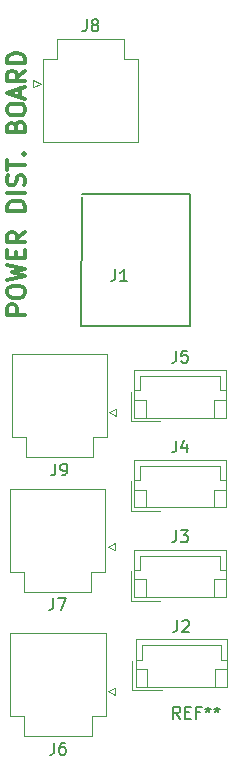
<source format=gbr>
G04 #@! TF.GenerationSoftware,KiCad,Pcbnew,(5.0.0-3-g5ebb6b6)*
G04 #@! TF.CreationDate,2019-05-02T13:21:36+02:00*
G04 #@! TF.ProjectId,Power Board,506F77657220426F6172642E6B696361,rev?*
G04 #@! TF.SameCoordinates,Original*
G04 #@! TF.FileFunction,Legend,Top*
G04 #@! TF.FilePolarity,Positive*
%FSLAX46Y46*%
G04 Gerber Fmt 4.6, Leading zero omitted, Abs format (unit mm)*
G04 Created by KiCad (PCBNEW (5.0.0-3-g5ebb6b6)) date Thursday, 02 May 2019 at 13:21:36*
%MOMM*%
%LPD*%
G01*
G04 APERTURE LIST*
%ADD10C,0.300000*%
%ADD11C,0.150000*%
%ADD12C,0.120000*%
G04 APERTURE END LIST*
D10*
X143578571Y-100485714D02*
X142078571Y-100485714D01*
X142078571Y-99914285D01*
X142150000Y-99771428D01*
X142221428Y-99699999D01*
X142364285Y-99628571D01*
X142578571Y-99628571D01*
X142721428Y-99699999D01*
X142792857Y-99771428D01*
X142864285Y-99914285D01*
X142864285Y-100485714D01*
X142078571Y-98699999D02*
X142078571Y-98414285D01*
X142150000Y-98271428D01*
X142292857Y-98128571D01*
X142578571Y-98057142D01*
X143078571Y-98057142D01*
X143364285Y-98128571D01*
X143507142Y-98271428D01*
X143578571Y-98414285D01*
X143578571Y-98699999D01*
X143507142Y-98842857D01*
X143364285Y-98985714D01*
X143078571Y-99057142D01*
X142578571Y-99057142D01*
X142292857Y-98985714D01*
X142150000Y-98842857D01*
X142078571Y-98699999D01*
X142078571Y-97557142D02*
X143578571Y-97200000D01*
X142507142Y-96914285D01*
X143578571Y-96628571D01*
X142078571Y-96271428D01*
X142792857Y-95700000D02*
X142792857Y-95200000D01*
X143578571Y-94985714D02*
X143578571Y-95700000D01*
X142078571Y-95700000D01*
X142078571Y-94985714D01*
X143578571Y-93485714D02*
X142864285Y-93985714D01*
X143578571Y-94342857D02*
X142078571Y-94342857D01*
X142078571Y-93771428D01*
X142150000Y-93628571D01*
X142221428Y-93557142D01*
X142364285Y-93485714D01*
X142578571Y-93485714D01*
X142721428Y-93557142D01*
X142792857Y-93628571D01*
X142864285Y-93771428D01*
X142864285Y-94342857D01*
X143578571Y-91700000D02*
X142078571Y-91700000D01*
X142078571Y-91342857D01*
X142150000Y-91128571D01*
X142292857Y-90985714D01*
X142435714Y-90914285D01*
X142721428Y-90842857D01*
X142935714Y-90842857D01*
X143221428Y-90914285D01*
X143364285Y-90985714D01*
X143507142Y-91128571D01*
X143578571Y-91342857D01*
X143578571Y-91700000D01*
X143578571Y-90200000D02*
X142078571Y-90200000D01*
X143507142Y-89557142D02*
X143578571Y-89342857D01*
X143578571Y-88985714D01*
X143507142Y-88842857D01*
X143435714Y-88771428D01*
X143292857Y-88700000D01*
X143150000Y-88700000D01*
X143007142Y-88771428D01*
X142935714Y-88842857D01*
X142864285Y-88985714D01*
X142792857Y-89271428D01*
X142721428Y-89414285D01*
X142650000Y-89485714D01*
X142507142Y-89557142D01*
X142364285Y-89557142D01*
X142221428Y-89485714D01*
X142150000Y-89414285D01*
X142078571Y-89271428D01*
X142078571Y-88914285D01*
X142150000Y-88700000D01*
X142078571Y-88271428D02*
X142078571Y-87414285D01*
X143578571Y-87842857D02*
X142078571Y-87842857D01*
X143435714Y-86914285D02*
X143507142Y-86842857D01*
X143578571Y-86914285D01*
X143507142Y-86985714D01*
X143435714Y-86914285D01*
X143578571Y-86914285D01*
X142792857Y-84557142D02*
X142864285Y-84342857D01*
X142935714Y-84271428D01*
X143078571Y-84200000D01*
X143292857Y-84200000D01*
X143435714Y-84271428D01*
X143507142Y-84342857D01*
X143578571Y-84485714D01*
X143578571Y-85057142D01*
X142078571Y-85057142D01*
X142078571Y-84557142D01*
X142150000Y-84414285D01*
X142221428Y-84342857D01*
X142364285Y-84271428D01*
X142507142Y-84271428D01*
X142650000Y-84342857D01*
X142721428Y-84414285D01*
X142792857Y-84557142D01*
X142792857Y-85057142D01*
X142078571Y-83271428D02*
X142078571Y-82985714D01*
X142150000Y-82842857D01*
X142292857Y-82700000D01*
X142578571Y-82628571D01*
X143078571Y-82628571D01*
X143364285Y-82700000D01*
X143507142Y-82842857D01*
X143578571Y-82985714D01*
X143578571Y-83271428D01*
X143507142Y-83414285D01*
X143364285Y-83557142D01*
X143078571Y-83628571D01*
X142578571Y-83628571D01*
X142292857Y-83557142D01*
X142150000Y-83414285D01*
X142078571Y-83271428D01*
X143150000Y-82057142D02*
X143150000Y-81342857D01*
X143578571Y-82200000D02*
X142078571Y-81700000D01*
X143578571Y-81200000D01*
X143578571Y-79842857D02*
X142864285Y-80342857D01*
X143578571Y-80700000D02*
X142078571Y-80700000D01*
X142078571Y-80128571D01*
X142150000Y-79985714D01*
X142221428Y-79914285D01*
X142364285Y-79842857D01*
X142578571Y-79842857D01*
X142721428Y-79914285D01*
X142792857Y-79985714D01*
X142864285Y-80128571D01*
X142864285Y-80700000D01*
X143578571Y-79200000D02*
X142078571Y-79200000D01*
X142078571Y-78842857D01*
X142150000Y-78628571D01*
X142292857Y-78485714D01*
X142435714Y-78414285D01*
X142721428Y-78342857D01*
X142935714Y-78342857D01*
X143221428Y-78414285D01*
X143364285Y-78485714D01*
X143507142Y-78628571D01*
X143578571Y-78842857D01*
X143578571Y-79200000D01*
D11*
G04 #@! TO.C,J1*
X148360000Y-90550000D02*
X148350000Y-101470000D01*
X148350000Y-101470000D02*
X157530000Y-101470000D01*
X157530000Y-101470000D02*
X157530000Y-90280000D01*
X157530000Y-90280000D02*
X148430000Y-90290000D01*
D12*
G04 #@! TO.C,J2*
X152940000Y-127990000D02*
X152940000Y-132010000D01*
X152940000Y-132010000D02*
X160660000Y-132010000D01*
X160660000Y-132010000D02*
X160660000Y-127990000D01*
X160660000Y-127990000D02*
X152940000Y-127990000D01*
X152940000Y-129700000D02*
X153440000Y-129700000D01*
X153440000Y-129700000D02*
X153440000Y-128490000D01*
X153440000Y-128490000D02*
X160160000Y-128490000D01*
X160160000Y-128490000D02*
X160160000Y-129700000D01*
X160160000Y-129700000D02*
X160660000Y-129700000D01*
X152940000Y-130510000D02*
X153940000Y-130510000D01*
X153940000Y-130510000D02*
X153940000Y-132010000D01*
X160660000Y-130510000D02*
X159660000Y-130510000D01*
X159660000Y-130510000D02*
X159660000Y-132010000D01*
X152640000Y-129810000D02*
X152640000Y-132310000D01*
X152640000Y-132310000D02*
X155140000Y-132310000D01*
G04 #@! TO.C,J3*
X152540000Y-124710000D02*
X155040000Y-124710000D01*
X152540000Y-122210000D02*
X152540000Y-124710000D01*
X159560000Y-122910000D02*
X159560000Y-124410000D01*
X160560000Y-122910000D02*
X159560000Y-122910000D01*
X153840000Y-122910000D02*
X153840000Y-124410000D01*
X152840000Y-122910000D02*
X153840000Y-122910000D01*
X160060000Y-122100000D02*
X160560000Y-122100000D01*
X160060000Y-120890000D02*
X160060000Y-122100000D01*
X153340000Y-120890000D02*
X160060000Y-120890000D01*
X153340000Y-122100000D02*
X153340000Y-120890000D01*
X152840000Y-122100000D02*
X153340000Y-122100000D01*
X160560000Y-120390000D02*
X152840000Y-120390000D01*
X160560000Y-124410000D02*
X160560000Y-120390000D01*
X152840000Y-124410000D02*
X160560000Y-124410000D01*
X152840000Y-120390000D02*
X152840000Y-124410000D01*
G04 #@! TO.C,J4*
X152840000Y-112790000D02*
X152840000Y-116810000D01*
X152840000Y-116810000D02*
X160560000Y-116810000D01*
X160560000Y-116810000D02*
X160560000Y-112790000D01*
X160560000Y-112790000D02*
X152840000Y-112790000D01*
X152840000Y-114500000D02*
X153340000Y-114500000D01*
X153340000Y-114500000D02*
X153340000Y-113290000D01*
X153340000Y-113290000D02*
X160060000Y-113290000D01*
X160060000Y-113290000D02*
X160060000Y-114500000D01*
X160060000Y-114500000D02*
X160560000Y-114500000D01*
X152840000Y-115310000D02*
X153840000Y-115310000D01*
X153840000Y-115310000D02*
X153840000Y-116810000D01*
X160560000Y-115310000D02*
X159560000Y-115310000D01*
X159560000Y-115310000D02*
X159560000Y-116810000D01*
X152540000Y-114610000D02*
X152540000Y-117110000D01*
X152540000Y-117110000D02*
X155040000Y-117110000D01*
G04 #@! TO.C,J5*
X152540000Y-109510000D02*
X155040000Y-109510000D01*
X152540000Y-107010000D02*
X152540000Y-109510000D01*
X159560000Y-107710000D02*
X159560000Y-109210000D01*
X160560000Y-107710000D02*
X159560000Y-107710000D01*
X153840000Y-107710000D02*
X153840000Y-109210000D01*
X152840000Y-107710000D02*
X153840000Y-107710000D01*
X160060000Y-106900000D02*
X160560000Y-106900000D01*
X160060000Y-105690000D02*
X160060000Y-106900000D01*
X153340000Y-105690000D02*
X160060000Y-105690000D01*
X153340000Y-106900000D02*
X153340000Y-105690000D01*
X152840000Y-106900000D02*
X153340000Y-106900000D01*
X160560000Y-105190000D02*
X152840000Y-105190000D01*
X160560000Y-109210000D02*
X160560000Y-105190000D01*
X152840000Y-109210000D02*
X160560000Y-109210000D01*
X152840000Y-105190000D02*
X152840000Y-109210000D01*
G04 #@! TO.C,J6*
X150410000Y-127490000D02*
X150410000Y-134510000D01*
X150410000Y-134510000D02*
X149210000Y-134510000D01*
X149210000Y-134510000D02*
X149210000Y-136210000D01*
X149210000Y-136210000D02*
X143530000Y-136210000D01*
X143530000Y-136210000D02*
X143530000Y-134510000D01*
X143530000Y-134510000D02*
X142330000Y-134510000D01*
X142330000Y-134510000D02*
X142330000Y-127490000D01*
X142330000Y-127490000D02*
X150410000Y-127490000D01*
X150610000Y-132400000D02*
X151210000Y-132100000D01*
X151210000Y-132100000D02*
X151210000Y-132700000D01*
X151210000Y-132700000D02*
X150610000Y-132400000D01*
G04 #@! TO.C,J7*
X151160000Y-120450000D02*
X150560000Y-120150000D01*
X151160000Y-119850000D02*
X151160000Y-120450000D01*
X150560000Y-120150000D02*
X151160000Y-119850000D01*
X142280000Y-115240000D02*
X150360000Y-115240000D01*
X142280000Y-122260000D02*
X142280000Y-115240000D01*
X143480000Y-122260000D02*
X142280000Y-122260000D01*
X143480000Y-123960000D02*
X143480000Y-122260000D01*
X149160000Y-123960000D02*
X143480000Y-123960000D01*
X149160000Y-122260000D02*
X149160000Y-123960000D01*
X150360000Y-122260000D02*
X149160000Y-122260000D01*
X150360000Y-115240000D02*
X150360000Y-122260000D01*
G04 #@! TO.C,J8*
X145090000Y-85860000D02*
X145090000Y-78840000D01*
X145090000Y-78840000D02*
X146290000Y-78840000D01*
X146290000Y-78840000D02*
X146290000Y-77140000D01*
X146290000Y-77140000D02*
X151970000Y-77140000D01*
X151970000Y-77140000D02*
X151970000Y-78840000D01*
X151970000Y-78840000D02*
X153170000Y-78840000D01*
X153170000Y-78840000D02*
X153170000Y-85860000D01*
X153170000Y-85860000D02*
X145090000Y-85860000D01*
X144890000Y-80950000D02*
X144290000Y-81250000D01*
X144290000Y-81250000D02*
X144290000Y-80650000D01*
X144290000Y-80650000D02*
X144890000Y-80950000D01*
G04 #@! TO.C,J9*
X151320000Y-109050000D02*
X150720000Y-108750000D01*
X151320000Y-108450000D02*
X151320000Y-109050000D01*
X150720000Y-108750000D02*
X151320000Y-108450000D01*
X142440000Y-103840000D02*
X150520000Y-103840000D01*
X142440000Y-110860000D02*
X142440000Y-103840000D01*
X143640000Y-110860000D02*
X142440000Y-110860000D01*
X143640000Y-112560000D02*
X143640000Y-110860000D01*
X149320000Y-112560000D02*
X143640000Y-112560000D01*
X149320000Y-110860000D02*
X149320000Y-112560000D01*
X150520000Y-110860000D02*
X149320000Y-110860000D01*
X150520000Y-103840000D02*
X150520000Y-110860000D01*
G04 #@! TO.C,REF\002A\002A*
D11*
X156716666Y-134702380D02*
X156383333Y-134226190D01*
X156145238Y-134702380D02*
X156145238Y-133702380D01*
X156526190Y-133702380D01*
X156621428Y-133750000D01*
X156669047Y-133797619D01*
X156716666Y-133892857D01*
X156716666Y-134035714D01*
X156669047Y-134130952D01*
X156621428Y-134178571D01*
X156526190Y-134226190D01*
X156145238Y-134226190D01*
X157145238Y-134178571D02*
X157478571Y-134178571D01*
X157621428Y-134702380D02*
X157145238Y-134702380D01*
X157145238Y-133702380D01*
X157621428Y-133702380D01*
X158383333Y-134178571D02*
X158050000Y-134178571D01*
X158050000Y-134702380D02*
X158050000Y-133702380D01*
X158526190Y-133702380D01*
X159050000Y-133702380D02*
X159050000Y-133940476D01*
X158811904Y-133845238D02*
X159050000Y-133940476D01*
X159288095Y-133845238D01*
X158907142Y-134130952D02*
X159050000Y-133940476D01*
X159192857Y-134130952D01*
X159811904Y-133702380D02*
X159811904Y-133940476D01*
X159573809Y-133845238D02*
X159811904Y-133940476D01*
X160050000Y-133845238D01*
X159669047Y-134130952D02*
X159811904Y-133940476D01*
X159954761Y-134130952D01*
G04 #@! TO.C,J1*
X151216666Y-96652380D02*
X151216666Y-97366666D01*
X151169047Y-97509523D01*
X151073809Y-97604761D01*
X150930952Y-97652380D01*
X150835714Y-97652380D01*
X152216666Y-97652380D02*
X151645238Y-97652380D01*
X151930952Y-97652380D02*
X151930952Y-96652380D01*
X151835714Y-96795238D01*
X151740476Y-96890476D01*
X151645238Y-96938095D01*
G04 #@! TO.C,J2*
X156466666Y-126352380D02*
X156466666Y-127066666D01*
X156419047Y-127209523D01*
X156323809Y-127304761D01*
X156180952Y-127352380D01*
X156085714Y-127352380D01*
X156895238Y-126447619D02*
X156942857Y-126400000D01*
X157038095Y-126352380D01*
X157276190Y-126352380D01*
X157371428Y-126400000D01*
X157419047Y-126447619D01*
X157466666Y-126542857D01*
X157466666Y-126638095D01*
X157419047Y-126780952D01*
X156847619Y-127352380D01*
X157466666Y-127352380D01*
G04 #@! TO.C,J3*
X156366666Y-118752380D02*
X156366666Y-119466666D01*
X156319047Y-119609523D01*
X156223809Y-119704761D01*
X156080952Y-119752380D01*
X155985714Y-119752380D01*
X156747619Y-118752380D02*
X157366666Y-118752380D01*
X157033333Y-119133333D01*
X157176190Y-119133333D01*
X157271428Y-119180952D01*
X157319047Y-119228571D01*
X157366666Y-119323809D01*
X157366666Y-119561904D01*
X157319047Y-119657142D01*
X157271428Y-119704761D01*
X157176190Y-119752380D01*
X156890476Y-119752380D01*
X156795238Y-119704761D01*
X156747619Y-119657142D01*
G04 #@! TO.C,J4*
X156366666Y-111152380D02*
X156366666Y-111866666D01*
X156319047Y-112009523D01*
X156223809Y-112104761D01*
X156080952Y-112152380D01*
X155985714Y-112152380D01*
X157271428Y-111485714D02*
X157271428Y-112152380D01*
X157033333Y-111104761D02*
X156795238Y-111819047D01*
X157414285Y-111819047D01*
G04 #@! TO.C,J5*
X156366666Y-103552380D02*
X156366666Y-104266666D01*
X156319047Y-104409523D01*
X156223809Y-104504761D01*
X156080952Y-104552380D01*
X155985714Y-104552380D01*
X157319047Y-103552380D02*
X156842857Y-103552380D01*
X156795238Y-104028571D01*
X156842857Y-103980952D01*
X156938095Y-103933333D01*
X157176190Y-103933333D01*
X157271428Y-103980952D01*
X157319047Y-104028571D01*
X157366666Y-104123809D01*
X157366666Y-104361904D01*
X157319047Y-104457142D01*
X157271428Y-104504761D01*
X157176190Y-104552380D01*
X156938095Y-104552380D01*
X156842857Y-104504761D01*
X156795238Y-104457142D01*
G04 #@! TO.C,J6*
X146036666Y-136752380D02*
X146036666Y-137466666D01*
X145989047Y-137609523D01*
X145893809Y-137704761D01*
X145750952Y-137752380D01*
X145655714Y-137752380D01*
X146941428Y-136752380D02*
X146750952Y-136752380D01*
X146655714Y-136800000D01*
X146608095Y-136847619D01*
X146512857Y-136990476D01*
X146465238Y-137180952D01*
X146465238Y-137561904D01*
X146512857Y-137657142D01*
X146560476Y-137704761D01*
X146655714Y-137752380D01*
X146846190Y-137752380D01*
X146941428Y-137704761D01*
X146989047Y-137657142D01*
X147036666Y-137561904D01*
X147036666Y-137323809D01*
X146989047Y-137228571D01*
X146941428Y-137180952D01*
X146846190Y-137133333D01*
X146655714Y-137133333D01*
X146560476Y-137180952D01*
X146512857Y-137228571D01*
X146465238Y-137323809D01*
G04 #@! TO.C,J7*
X145986666Y-124502380D02*
X145986666Y-125216666D01*
X145939047Y-125359523D01*
X145843809Y-125454761D01*
X145700952Y-125502380D01*
X145605714Y-125502380D01*
X146367619Y-124502380D02*
X147034285Y-124502380D01*
X146605714Y-125502380D01*
G04 #@! TO.C,J8*
X148796666Y-75502380D02*
X148796666Y-76216666D01*
X148749047Y-76359523D01*
X148653809Y-76454761D01*
X148510952Y-76502380D01*
X148415714Y-76502380D01*
X149415714Y-75930952D02*
X149320476Y-75883333D01*
X149272857Y-75835714D01*
X149225238Y-75740476D01*
X149225238Y-75692857D01*
X149272857Y-75597619D01*
X149320476Y-75550000D01*
X149415714Y-75502380D01*
X149606190Y-75502380D01*
X149701428Y-75550000D01*
X149749047Y-75597619D01*
X149796666Y-75692857D01*
X149796666Y-75740476D01*
X149749047Y-75835714D01*
X149701428Y-75883333D01*
X149606190Y-75930952D01*
X149415714Y-75930952D01*
X149320476Y-75978571D01*
X149272857Y-76026190D01*
X149225238Y-76121428D01*
X149225238Y-76311904D01*
X149272857Y-76407142D01*
X149320476Y-76454761D01*
X149415714Y-76502380D01*
X149606190Y-76502380D01*
X149701428Y-76454761D01*
X149749047Y-76407142D01*
X149796666Y-76311904D01*
X149796666Y-76121428D01*
X149749047Y-76026190D01*
X149701428Y-75978571D01*
X149606190Y-75930952D01*
G04 #@! TO.C,J9*
X146146666Y-113102380D02*
X146146666Y-113816666D01*
X146099047Y-113959523D01*
X146003809Y-114054761D01*
X145860952Y-114102380D01*
X145765714Y-114102380D01*
X146670476Y-114102380D02*
X146860952Y-114102380D01*
X146956190Y-114054761D01*
X147003809Y-114007142D01*
X147099047Y-113864285D01*
X147146666Y-113673809D01*
X147146666Y-113292857D01*
X147099047Y-113197619D01*
X147051428Y-113150000D01*
X146956190Y-113102380D01*
X146765714Y-113102380D01*
X146670476Y-113150000D01*
X146622857Y-113197619D01*
X146575238Y-113292857D01*
X146575238Y-113530952D01*
X146622857Y-113626190D01*
X146670476Y-113673809D01*
X146765714Y-113721428D01*
X146956190Y-113721428D01*
X147051428Y-113673809D01*
X147099047Y-113626190D01*
X147146666Y-113530952D01*
G04 #@! TD*
M02*

</source>
